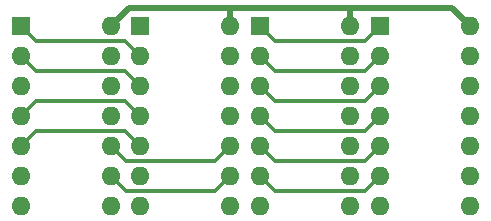
<source format=gbr>
%TF.GenerationSoftware,KiCad,Pcbnew,(5.99.0-7129-g2932fe1e64)*%
%TF.CreationDate,2020-12-05T18:13:35+08:00*%
%TF.ProjectId,Adapter,41646170-7465-4722-9e6b-696361645f70,rev?*%
%TF.SameCoordinates,Original*%
%TF.FileFunction,Copper,L1,Top*%
%TF.FilePolarity,Positive*%
%FSLAX46Y46*%
G04 Gerber Fmt 4.6, Leading zero omitted, Abs format (unit mm)*
G04 Created by KiCad (PCBNEW (5.99.0-7129-g2932fe1e64)) date 2020-12-05 18:13:35*
%MOMM*%
%LPD*%
G01*
G04 APERTURE LIST*
%TA.AperFunction,ComponentPad*%
%ADD10R,1.600000X1.600000*%
%TD*%
%TA.AperFunction,ComponentPad*%
%ADD11O,1.600000X1.600000*%
%TD*%
%TA.AperFunction,Conductor*%
%ADD12C,0.500000*%
%TD*%
%TA.AperFunction,Conductor*%
%ADD13C,0.300000*%
%TD*%
G04 APERTURE END LIST*
D10*
%TO.P,U2,1*%
%TO.N,A1*%
X125730000Y-76200000D03*
D11*
%TO.P,U2,2*%
%TO.N,A2*%
X125730000Y-78740000D03*
%TO.P,U2,3*%
%TO.N,A4*%
X125730000Y-81280000D03*
%TO.P,U2,4*%
%TO.N,A5*%
X125730000Y-83820000D03*
%TO.P,U2,5*%
%TO.N,A6*%
X125730000Y-86360000D03*
%TO.P,U2,6*%
%TO.N,Y2*%
X125730000Y-88900000D03*
%TO.P,U2,7,GND*%
%TO.N,GND*%
X125730000Y-91440000D03*
%TO.P,U2,8*%
%TO.N,Y3*%
X133350000Y-91440000D03*
%TO.P,U2,9*%
%TO.N,A7*%
X133350000Y-88900000D03*
%TO.P,U2,10*%
%TO.N,A8*%
X133350000Y-86360000D03*
%TO.P,U2,11*%
%TO.N,A9*%
X133350000Y-83820000D03*
%TO.P,U2,12*%
%TO.N,Y1*%
X133350000Y-81280000D03*
%TO.P,U2,13*%
%TO.N,A3*%
X133350000Y-78740000D03*
%TO.P,U2,14,VCC*%
%TO.N,+5V*%
X133350000Y-76200000D03*
%TD*%
D10*
%TO.P,U3,1*%
%TO.N,X1*%
X115570000Y-76200000D03*
D11*
%TO.P,U3,2*%
%TO.N,B1*%
X115570000Y-78740000D03*
%TO.P,U3,3*%
%TO.N,B2*%
X115570000Y-81280000D03*
%TO.P,U3,4*%
%TO.N,B3*%
X115570000Y-83820000D03*
%TO.P,U3,5*%
%TO.N,B4*%
X115570000Y-86360000D03*
%TO.P,U3,6*%
%TO.N,N/C*%
X115570000Y-88900000D03*
%TO.P,U3,7,VSS*%
%TO.N,GND*%
X115570000Y-91440000D03*
%TO.P,U3,8*%
%TO.N,N/C*%
X123190000Y-91440000D03*
%TO.P,U3,9*%
%TO.N,B5*%
X123190000Y-88900000D03*
%TO.P,U3,10*%
%TO.N,B6*%
X123190000Y-86360000D03*
%TO.P,U3,11*%
%TO.N,B7*%
X123190000Y-83820000D03*
%TO.P,U3,12*%
%TO.N,B8*%
X123190000Y-81280000D03*
%TO.P,U3,13*%
%TO.N,X2*%
X123190000Y-78740000D03*
%TO.P,U3,14,VDD*%
%TO.N,+5V*%
X123190000Y-76200000D03*
%TD*%
D10*
%TO.P,U4,1*%
%TO.N,B1*%
X105482000Y-76200000D03*
D11*
%TO.P,U4,2*%
%TO.N,B2*%
X105482000Y-78740000D03*
%TO.P,U4,3*%
%TO.N,N/C*%
X105482000Y-81280000D03*
%TO.P,U4,4*%
%TO.N,B3*%
X105482000Y-83820000D03*
%TO.P,U4,5*%
%TO.N,B4*%
X105482000Y-86360000D03*
%TO.P,U4,6*%
%TO.N,X1*%
X105482000Y-88900000D03*
%TO.P,U4,7,GND*%
%TO.N,GND*%
X105482000Y-91440000D03*
%TO.P,U4,8*%
%TO.N,X2*%
X113102000Y-91440000D03*
%TO.P,U4,9*%
%TO.N,B5*%
X113102000Y-88900000D03*
%TO.P,U4,10*%
%TO.N,B6*%
X113102000Y-86360000D03*
%TO.P,U4,11*%
%TO.N,N/C*%
X113102000Y-83820000D03*
%TO.P,U4,12*%
%TO.N,B7*%
X113102000Y-81280000D03*
%TO.P,U4,13*%
%TO.N,B8*%
X113102000Y-78740000D03*
%TO.P,U4,14,VCC*%
%TO.N,+5V*%
X113102000Y-76200000D03*
%TD*%
D10*
%TO.P,U1,1*%
%TO.N,A1*%
X135890000Y-76200000D03*
D11*
%TO.P,U1,2*%
%TO.N,A2*%
X135890000Y-78740000D03*
%TO.P,U1,3*%
%TO.N,A4*%
X135890000Y-81280000D03*
%TO.P,U1,4*%
%TO.N,A5*%
X135890000Y-83820000D03*
%TO.P,U1,5*%
%TO.N,A6*%
X135890000Y-86360000D03*
%TO.P,U1,6*%
%TO.N,Y2*%
X135890000Y-88900000D03*
%TO.P,U1,7,VSS*%
%TO.N,GND*%
X135890000Y-91440000D03*
%TO.P,U1,8*%
%TO.N,A3*%
X143510000Y-91440000D03*
%TO.P,U1,9*%
%TO.N,Y1*%
X143510000Y-88900000D03*
%TO.P,U1,10*%
%TO.N,Y3*%
X143510000Y-86360000D03*
%TO.P,U1,11*%
%TO.N,A7*%
X143510000Y-83820000D03*
%TO.P,U1,12*%
%TO.N,A8*%
X143510000Y-81280000D03*
%TO.P,U1,13*%
%TO.N,A9*%
X143510000Y-78740000D03*
%TO.P,U1,14,VDD*%
%TO.N,+5V*%
X143510000Y-76200000D03*
%TD*%
D12*
%TO.N,+5V*%
X113102000Y-76200000D02*
X114626000Y-74676000D01*
X123190000Y-76200000D02*
X123317000Y-76200000D01*
X133350000Y-76200000D02*
X133350000Y-74676000D01*
X123190000Y-74676000D02*
X123190000Y-76200000D01*
X141986000Y-74676000D02*
X143510000Y-76200000D01*
X114626000Y-74676000D02*
X141986000Y-74676000D01*
D13*
%TO.N,Y2*%
X127000000Y-90170000D02*
X134620000Y-90170000D01*
X125730000Y-88900000D02*
X127000000Y-90170000D01*
X134620000Y-90170000D02*
X135890000Y-88900000D01*
%TO.N,A6*%
X134620000Y-87630000D02*
X135890000Y-86360000D01*
X125730000Y-86360000D02*
X127000000Y-87630000D01*
X127000000Y-87630000D02*
X134620000Y-87630000D01*
%TO.N,A5*%
X127000000Y-85090000D02*
X134620000Y-85090000D01*
X125730000Y-83820000D02*
X127000000Y-85090000D01*
X134620000Y-85090000D02*
X135890000Y-83820000D01*
%TO.N,A4*%
X134620000Y-82550000D02*
X135890000Y-81280000D01*
X125730000Y-81280000D02*
X127000000Y-82550000D01*
X127000000Y-82550000D02*
X134620000Y-82550000D01*
%TO.N,A2*%
X125730000Y-78740000D02*
X127000000Y-80010000D01*
X134620000Y-80010000D02*
X135890000Y-78740000D01*
X127000000Y-80010000D02*
X134620000Y-80010000D01*
%TO.N,A1*%
X125730000Y-76200000D02*
X127000000Y-77470000D01*
X134620000Y-77470000D02*
X135890000Y-76200000D01*
X127000000Y-77470000D02*
X134620000Y-77470000D01*
%TO.N,B4*%
X106752000Y-85090000D02*
X114300000Y-85090000D01*
X114300000Y-85090000D02*
X115570000Y-86360000D01*
X105482000Y-86360000D02*
X106752000Y-85090000D01*
%TO.N,B3*%
X114300000Y-82550000D02*
X115570000Y-83820000D01*
X105482000Y-83820000D02*
X106752000Y-82550000D01*
X106752000Y-82550000D02*
X114300000Y-82550000D01*
%TO.N,B6*%
X113102000Y-86360000D02*
X114372000Y-87630000D01*
X114372000Y-87630000D02*
X121920000Y-87630000D01*
X121920000Y-87630000D02*
X123190000Y-86360000D01*
%TO.N,B2*%
X114300000Y-80010000D02*
X115570000Y-81280000D01*
X105482000Y-78740000D02*
X106752000Y-80010000D01*
X106752000Y-80010000D02*
X114300000Y-80010000D01*
%TO.N,B5*%
X114372000Y-90170000D02*
X121920000Y-90170000D01*
X113102000Y-88900000D02*
X114372000Y-90170000D01*
X121920000Y-90170000D02*
X123190000Y-88900000D01*
%TO.N,B1*%
X114300000Y-77470000D02*
X115570000Y-78740000D01*
X105482000Y-76200000D02*
X106752000Y-77470000D01*
X106752000Y-77470000D02*
X114300000Y-77470000D01*
%TD*%
M02*

</source>
